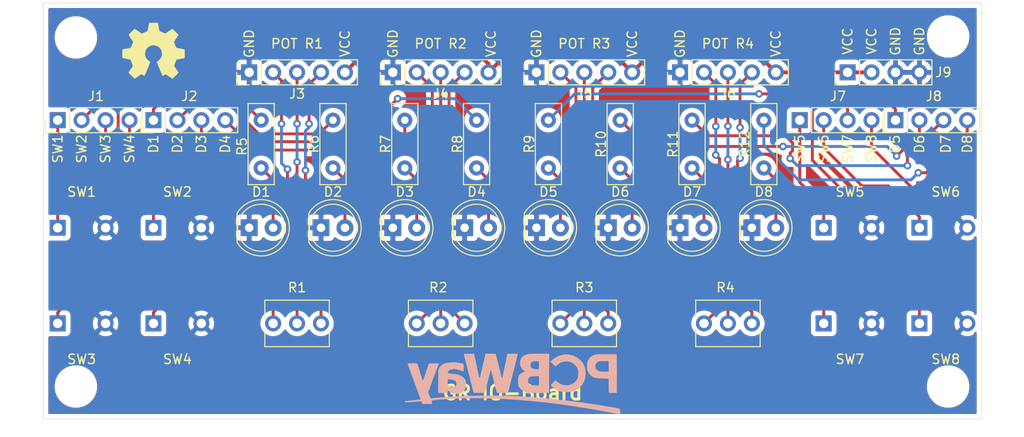
<source format=kicad_pcb>
(kicad_pcb (version 20211014) (generator pcbnew)
  (layers (0 "F.Cu" signal) (31 "B.Cu" signal) (34 "B.Paste" user) (35 "F.Paste" user) (36 "B.SilkS" user "B.Silkscreen") (37 "F.SilkS" user "F.Silkscreen") (38 "B.Mask" user) (39 "F.Mask" user) (44 "Edge.Cuts" user))
  (net 0 "")
  (net 1 "GNDREF")
  (net 2 "Net-(D1-Pad2)")
  (net 3 "Net-(D2-Pad2)")
  (net 4 "Net-(D3-Pad2)")
  (net 5 "Net-(D4-Pad2)")
  (net 6 "Net-(D5-Pad2)")
  (net 7 "Net-(D6-Pad2)")
  (net 8 "Net-(D7-Pad2)")
  (net 9 "Net-(D8-Pad2)")
  (net 10 "/SW4")
  (net 11 "/SW3")
  (net 12 "/SW2")
  (net 13 "/SW1")
  (net 14 "/LED1")
  (net 15 "/LED2")
  (net 16 "/LED3")
  (net 17 "/LED4")
  (net 18 "VCC")
  (net 19 "Net-(J3-Pad4)")
  (net 20 "Net-(J3-Pad3)")
  (net 21 "Net-(J3-Pad2)")
  (net 22 "Net-(J4-Pad2)")
  (net 23 "Net-(J4-Pad3)")
  (net 24 "Net-(J4-Pad4)")
  (net 25 "Net-(J5-Pad4)")
  (net 26 "Net-(J5-Pad3)")
  (net 27 "Net-(J5-Pad2)")
  (net 28 "Net-(J6-Pad2)")
  (net 29 "Net-(J6-Pad3)")
  (net 30 "Net-(J6-Pad4)")
  (net 31 "/SW5")
  (net 32 "/SW6")
  (net 33 "/SW7")
  (net 34 "/SW8")
  (net 35 "/LED8")
  (net 36 "/LED7")
  (net 37 "/LED6")
  (net 38 "/LED5")
  (footprint "LED_THT:LED_D5.0mm" (layer "F.Cu") (at 55.88 58.42)
    (fp_text reference "D1" (at 1.27 -3.81) (layer "F.SilkS"))
    (fp_text value "LED_Small_ALT")
    (pad "1" thru_hole rect locked (at 0 0) (size 1.8 1.8) (drill 0.9) (layers *.Cu *.Mask) (net 1 "GNDREF"))
    (pad "2" thru_hole circle locked (at 2.54 0) (size 1.8 1.8) (drill 0.9) (layers *.Cu *.Mask) (net 2 "Net-(D1-Pad2)"))
  )
  (footprint "LED_THT:LED_D5.0mm" (layer "F.Cu") (at 63.5 58.42)
    (fp_text reference "D2" (at 1.27 -3.81) (layer "F.SilkS"))
    (fp_text value "LED_Small_ALT")
    (pad "1" thru_hole rect locked (at 0 0) (size 1.8 1.8) (drill 0.9) (layers *.Cu *.Mask) (net 1 "GNDREF"))
    (pad "2" thru_hole circle locked (at 2.54 0) (size 1.8 1.8) (drill 0.9) (layers *.Cu *.Mask) (net 3 "Net-(D2-Pad2)"))
  )
  (footprint "LED_THT:LED_D5.0mm" (layer "F.Cu") (at 86.36 58.42)
    (fp_text reference "D5" (at 1.27 -3.81) (layer "F.SilkS"))
    (fp_text value "LED_Small_ALT")
    (pad "1" thru_hole rect locked (at 0 0) (size 1.8 1.8) (drill 0.9) (layers *.Cu *.Mask) (net 1 "GNDREF"))
    (pad "2" thru_hole circle locked (at 2.54 0) (size 1.8 1.8) (drill 0.9) (layers *.Cu *.Mask) (net 6 "Net-(D5-Pad2)"))
  )
  (footprint "LED_THT:LED_D5.0mm" (layer "F.Cu") (at 93.98 58.42)
    (fp_text reference "D6" (at 1.27 -3.81) (layer "F.SilkS"))
    (fp_text value "LED_Small_ALT")
    (pad "1" thru_hole rect locked (at 0 0) (size 1.8 1.8) (drill 0.9) (layers *.Cu *.Mask) (net 1 "GNDREF"))
    (pad "2" thru_hole circle locked (at 2.54 0) (size 1.8 1.8) (drill 0.9) (layers *.Cu *.Mask) (net 7 "Net-(D6-Pad2)"))
  )
  (footprint "LED_THT:LED_D5.0mm" (layer "F.Cu") (at 71.12 58.42)
    (fp_text reference "D3" (at 1.27 -3.81) (layer "F.SilkS"))
    (fp_text value "LED_Small_ALT")
    (pad "1" thru_hole rect locked (at 0 0) (size 1.8 1.8) (drill 0.9) (layers *.Cu *.Mask) (net 1 "GNDREF"))
    (pad "2" thru_hole circle locked (at 2.54 0) (size 1.8 1.8) (drill 0.9) (layers *.Cu *.Mask) (net 4 "Net-(D3-Pad2)"))
  )
  (footprint "LED_THT:LED_D5.0mm" (layer "F.Cu") (at 78.74 58.42)
    (fp_text reference "D4" (at 1.27 -3.81) (layer "F.SilkS"))
    (fp_text value "LED_Small_ALT")
    (pad "1" thru_hole rect locked (at 0 0) (size 1.8 1.8) (drill 0.9) (layers *.Cu *.Mask) (net 1 "GNDREF"))
    (pad "2" thru_hole circle locked (at 2.54 0) (size 1.8 1.8) (drill 0.9) (layers *.Cu *.Mask) (net 5 "Net-(D4-Pad2)"))
  )
  (footprint "LED_THT:LED_D5.0mm" (layer "F.Cu") (at 101.6 58.42)
    (fp_text reference "D7" (at 1.27 -3.81) (layer "F.SilkS"))
    (fp_text value "LED_Small_ALT")
    (pad "1" thru_hole rect locked (at 0 0) (size 1.8 1.8) (drill 0.9) (layers *.Cu *.Mask) (net 1 "GNDREF"))
    (pad "2" thru_hole circle locked (at 2.54 0) (size 1.8 1.8) (drill 0.9) (layers *.Cu *.Mask) (net 8 "Net-(D7-Pad2)"))
  )
  (footprint "LED_THT:LED_D5.0mm" (layer "F.Cu") (at 109.22 58.42)
    (fp_text reference "D8" (at 1.27 -3.81) (layer "F.SilkS"))
    (fp_text value "LED_Small_ALT")
    (pad "1" thru_hole rect locked (at 0 0) (size 1.8 1.8) (drill 0.9) (layers *.Cu *.Mask) (net 1 "GNDREF"))
    (pad "2" thru_hole circle locked (at 2.54 0) (size 1.8 1.8) (drill 0.9) (layers *.Cu *.Mask) (net 9 "Net-(D8-Pad2)"))
  )
  (footprint "Connector_PinHeader_2.54mm:PinHeader_1x04_P2.54mm_Vertical" (layer "F.Cu") (at 35.56 46.99 90)
    (fp_text reference "J1" (at 2.54 4.064 180) (layer "F.SilkS"))
    (fp_text value "Conn_01x04")
    (pad "1" thru_hole rect locked (at 0 0 90) (size 1.7 1.7) (drill 1) (layers *.Cu *.Mask) (net 13 "/SW1"))
    (pad "2" thru_hole oval locked (at 0 2.54 90) (size 1.7 1.7) (drill 1) (layers *.Cu *.Mask) (net 12 "/SW2"))
    (pad "3" thru_hole oval locked (at 0 5.08 90) (size 1.7 1.7) (drill 1) (layers *.Cu *.Mask) (net 11 "/SW3"))
    (pad "4" thru_hole oval locked (at 0 7.62 90) (size 1.7 1.7) (drill 1) (layers *.Cu *.Mask) (net 10 "/SW4"))
  )
  (footprint "Connector_PinHeader_2.54mm:PinHeader_1x04_P2.54mm_Vertical" (layer "F.Cu") (at 45.72 46.99 90)
    (fp_text reference "J2" (at 2.54 3.81 180) (layer "F.SilkS"))
    (fp_text value "Conn_01x04")
    (pad "1" thru_hole rect locked (at 0 0 90) (size 1.7 1.7) (drill 1) (layers *.Cu *.Mask) (net 14 "/LED1"))
    (pad "2" thru_hole oval locked (at 0 2.54 90) (size 1.7 1.7) (drill 1) (layers *.Cu *.Mask) (net 15 "/LED2"))
    (pad "3" thru_hole oval locked (at 0 5.08 90) (size 1.7 1.7) (drill 1) (layers *.Cu *.Mask) (net 16 "/LED3"))
    (pad "4" thru_hole oval locked (at 0 7.62 90) (size 1.7 1.7) (drill 1) (layers *.Cu *.Mask) (net 17 "/LED4"))
  )
  (footprint "Connector_PinHeader_2.54mm:PinHeader_1x05_P2.54mm_Vertical" (layer "F.Cu") (at 55.88 41.91 90)
    (fp_text reference "J3" (at -2.286 5.08 180) (layer "F.SilkS"))
    (fp_text value "Conn_01x05")
    (pad "1" thru_hole rect locked (at 0 0 90) (size 1.7 1.7) (drill 1) (layers *.Cu *.Mask) (net 1 "GNDREF"))
    (pad "2" thru_hole oval locked (at 0 2.54 90) (size 1.7 1.7) (drill 1) (layers *.Cu *.Mask) (net 21 "Net-(J3-Pad2)"))
    (pad "3" thru_hole oval locked (at 0 5.08 90) (size 1.7 1.7) (drill 1) (layers *.Cu *.Mask) (net 20 "Net-(J3-Pad3)"))
    (pad "4" thru_hole oval locked (at 0 7.62 90) (size 1.7 1.7) (drill 1) (layers *.Cu *.Mask) (net 19 "Net-(J3-Pad4)"))
    (pad "5" thru_hole oval locked (at 0 10.16 90) (size 1.7 1.7) (drill 1) (layers *.Cu *.Mask) (net 18 "VCC"))
  )
  (footprint "Connector_PinHeader_2.54mm:PinHeader_1x05_P2.54mm_Vertical" (layer "F.Cu") (at 71.12 41.91 90)
    (fp_text reference "J4" (at -2.286 5.08 180) (layer "F.SilkS"))
    (fp_text value "Conn_01x05")
    (pad "1" thru_hole rect locked (at 0 0 90) (size 1.7 1.7) (drill 1) (layers *.Cu *.Mask) (net 1 "GNDREF"))
    (pad "2" thru_hole oval locked (at 0 2.54 90) (size 1.7 1.7) (drill 1) (layers *.Cu *.Mask) (net 22 "Net-(J4-Pad2)"))
    (pad "3" thru_hole oval locked (at 0 5.08 90) (size 1.7 1.7) (drill 1) (layers *.Cu *.Mask) (net 23 "Net-(J4-Pad3)"))
    (pad "4" thru_hole oval locked (at 0 7.62 90) (size 1.7 1.7) (drill 1) (layers *.Cu *.Mask) (net 24 "Net-(J4-Pad4)"))
    (pad "5" thru_hole oval locked (at 0 10.16 90) (size 1.7 1.7) (drill 1) (layers *.Cu *.Mask) (net 18 "VCC"))
  )
  (footprint "Connector_PinHeader_2.54mm:PinHeader_1x05_P2.54mm_Vertical" (layer "F.Cu") (at 86.36 41.91 90)
    (fp_text reference "J5" (at -2.286 5.08 180) (layer "F.SilkS"))
    (fp_text value "Conn_01x05")
    (pad "1" thru_hole rect locked (at 0 0 90) (size 1.7 1.7) (drill 1) (layers *.Cu *.Mask) (net 1 "GNDREF"))
    (pad "2" thru_hole oval locked (at 0 2.54 90) (size 1.7 1.7) (drill 1) (layers *.Cu *.Mask) (net 27 "Net-(J5-Pad2)"))
    (pad "3" thru_hole oval locked (at 0 5.08 90) (size 1.7 1.7) (drill 1) (layers *.Cu *.Mask) (net 26 "Net-(J5-Pad3)"))
    (pad "4" thru_hole oval locked (at 0 7.62 90) (size 1.7 1.7) (drill 1) (layers *.Cu *.Mask) (net 25 "Net-(J5-Pad4)"))
    (pad "5" thru_hole oval locked (at 0 10.16 90) (size 1.7 1.7) (drill 1) (layers *.Cu *.Mask) (net 18 "VCC"))
  )
  (footprint "Connector_PinHeader_2.54mm:PinHeader_1x05_P2.54mm_Vertical" (layer "F.Cu") (at 101.6 41.91 90)
    (fp_text reference "J6" (at -2.286 5.08 180) (layer "F.SilkS"))
    (fp_text value "Conn_01x05")
    (pad "1" thru_hole rect locked (at 0 0 90) (size 1.7 1.7) (drill 1) (layers *.Cu *.Mask) (net 1 "GNDREF"))
    (pad "2" thru_hole oval locked (at 0 2.54 90) (size 1.7 1.7) (drill 1) (layers *.Cu *.Mask) (net 28 "Net-(J6-Pad2)"))
    (pad "3" thru_hole oval locked (at 0 5.08 90) (size 1.7 1.7) (drill 1) (layers *.Cu *.Mask) (net 29 "Net-(J6-Pad3)"))
    (pad "4" thru_hole oval locked (at 0 7.62 90) (size 1.7 1.7) (drill 1) (layers *.Cu *.Mask) (net 30 "Net-(J6-Pad4)"))
    (pad "5" thru_hole oval locked (at 0 10.16 90) (size 1.7 1.7) (drill 1) (layers *.Cu *.Mask) (net 18 "VCC"))
  )
  (footprint "Connector_PinHeader_2.54mm:PinHeader_1x04_P2.54mm_Vertical" (layer "F.Cu") (at 114.3 46.99 90)
    (fp_text reference "J7" (at 2.54 4.064 180) (layer "F.SilkS"))
    (fp_text value "Conn_01x04")
    (pad "1" thru_hole rect locked (at 0 0 90) (size 1.7 1.7) (drill 1) (layers *.Cu *.Mask) (net 31 "/SW5"))
    (pad "2" thru_hole oval locked (at 0 2.54 90) (size 1.7 1.7) (drill 1) (layers *.Cu *.Mask) (net 32 "/SW6"))
    (pad "3" thru_hole oval locked (at 0 5.08 90) (size 1.7 1.7) (drill 1) (layers *.Cu *.Mask) (net 33 "/SW7"))
    (pad "4" thru_hole oval locked (at 0 7.62 90) (size 1.7 1.7) (drill 1) (layers *.Cu *.Mask) (net 34 "/SW8"))
  )
  (footprint "Connector_PinHeader_2.54mm:PinHeader_1x04_P2.54mm_Vertical" (layer "F.Cu") (at 124.46 46.99 90)
    (fp_text reference "J8" (at 2.54 4.064 180) (layer "F.SilkS"))
    (fp_text value "Conn_01x04")
    (pad "1" thru_hole rect locked (at 0 0 90) (size 1.7 1.7) (drill 1) (layers *.Cu *.Mask) (net 38 "/LED5"))
    (pad "2" thru_hole oval locked (at 0 2.54 90) (size 1.7 1.7) (drill 1) (layers *.Cu *.Mask) (net 37 "/LED6"))
    (pad "3" thru_hole oval locked (at 0 5.08 90) (size 1.7 1.7) (drill 1) (layers *.Cu *.Mask) (net 36 "/LED7"))
    (pad "4" thru_hole oval locked (at 0 7.62 90) (size 1.7 1.7) (drill 1) (layers *.Cu *.Mask) (net 35 "/LED8"))
  )
  (footprint "Connector_PinHeader_2.54mm:PinHeader_1x04_P2.54mm_Vertical" (layer "F.Cu") (at 119.38 41.91 90)
    (fp_text reference "J9" (at 0 10.16 180) (layer "F.SilkS"))
    (fp_text value "Conn_01x04")
    (pad "1" thru_hole rect locked (at 0 0 90) (size 1.7 1.7) (drill 1) (layers *.Cu *.Mask) (net 18 "VCC"))
    (pad "2" thru_hole oval locked (at 0 2.54 90) (size 1.7 1.7) (drill 1) (layers *.Cu *.Mask) (net 18 "VCC"))
    (pad "3" thru_hole oval locked (at 0 5.08 90) (size 1.7 1.7) (drill 1) (layers *.Cu *.Mask) (net 1 "GNDREF"))
    (pad "4" thru_hole oval locked (at 0 7.62 90) (size 1.7 1.7) (drill 1) (layers *.Cu *.Mask) (net 1 "GNDREF"))
  )
  (footprint "CustomPot:Potentiometer_Green" (layer "F.Cu") (at 58.42 68.58 90)
    (fp_text reference "R1" (at 3.81 2.54 180) (layer "F.SilkS"))
    (fp_text value "10K")
    (pad "1" thru_hole circle locked (at 0 0 90) (size 1.69926 1.69926) (drill 1) (layers *.Cu *.Mask) (net 21 "Net-(J3-Pad2)"))
    (pad "2" thru_hole circle locked (at 0 2.54 90) (size 1.69926 1.69926) (drill 1) (layers *.Cu *.Mask) (net 20 "Net-(J3-Pad3)"))
    (pad "3" thru_hole circle locked (at 0 5.08 90) (size 1.69926 1.69926) (drill 1) (layers *.Cu *.Mask) (net 19 "Net-(J3-Pad4)"))
  )
  (footprint "CustomPot:Potentiometer_Green" (layer "F.Cu") (at 73.66 68.58 90)
    (fp_text reference "R2" (at 3.81 2.286 180) (layer "F.SilkS"))
    (fp_text value "10K")
    (pad "1" thru_hole circle locked (at 0 0 90) (size 1.69926 1.69926) (drill 1) (layers *.Cu *.Mask) (net 22 "Net-(J4-Pad2)"))
    (pad "2" thru_hole circle locked (at 0 2.54 90) (size 1.69926 1.69926) (drill 1) (layers *.Cu *.Mask) (net 23 "Net-(J4-Pad3)"))
    (pad "3" thru_hole circle locked (at 0 5.08 90) (size 1.69926 1.69926) (drill 1) (layers *.Cu *.Mask) (net 24 "Net-(J4-Pad4)"))
  )
  (footprint "CustomPot:Potentiometer_Green" (layer "F.Cu") (at 88.9 68.58 90)
    (fp_text reference "R3" (at 3.81 2.54 180) (layer "F.SilkS"))
    (fp_text value "10K")
    (pad "1" thru_hole circle locked (at 0 0 90) (size 1.69926 1.69926) (drill 1) (layers *.Cu *.Mask) (net 27 "Net-(J5-Pad2)"))
    (pad "2" thru_hole circle locked (at 0 2.54 90) (size 1.69926 1.69926) (drill 1) (layers *.Cu *.Mask) (net 26 "Net-(J5-Pad3)"))
    (pad "3" thru_hole circle locked (at 0 5.08 90) (size 1.69926 1.69926) (drill 1) (layers *.Cu *.Mask) (net 25 "Net-(J5-Pad4)"))
  )
  (footprint "CustomPot:Potentiometer_Green" (layer "F.Cu") (at 104.14 68.58 90)
    (fp_text reference "R4" (at 3.81 2.286 180) (layer "F.SilkS"))
    (fp_text value "10K")
    (pad "1" thru_hole circle locked (at 0 0 90) (size 1.69926 1.69926) (drill 1) (layers *.Cu *.Mask) (net 28 "Net-(J6-Pad2)"))
    (pad "2" thru_hole circle locked (at 0 2.54 90) (size 1.69926 1.69926) (drill 1) (layers *.Cu *.Mask) (net 29 "Net-(J6-Pad3)"))
    (pad "3" thru_hole circle locked (at 0 5.08 90) (size 1.69926 1.69926) (drill 1) (layers *.Cu *.Mask) (net 30 "Net-(J6-Pad4)"))
  )
  (footprint "CustomPot:PushButton" (layer "F.Cu") (at 35.56 58.42)
    (fp_text reference "SW1" (at 2.54 -3.81) (layer "F.SilkS"))
    (fp_text value "SW_Push")
    (pad "1" thru_hole rect locked (at 0 0) (size 1.69926 1.69926) (drill 1) (layers *.Cu *.Mask) (net 13 "/SW1"))
    (pad "2" thru_hole circle locked (at 5.08 0) (size 1.69926 1.69926) (drill 1) (layers *.Cu *.Mask) (net 1 "GNDREF"))
  )
  (footprint "CustomPot:PushButton" (layer "F.Cu") (at 45.72 58.42)
    (fp_text reference "SW2" (at 2.54 -3.81) (layer "F.SilkS"))
    (fp_text value "SW_Push")
    (pad "1" thru_hole rect locked (at 0 0) (size 1.69926 1.69926) (drill 1) (layers *.Cu *.Mask) (net 12 "/SW2"))
    (pad "2" thru_hole circle locked (at 5.08 0) (size 1.69926 1.69926) (drill 1) (layers *.Cu *.Mask) (net 1 "GNDREF"))
  )
  (footprint "CustomPot:PushButton" (layer "F.Cu") (at 116.84 58.42)
    (fp_text reference "SW5" (at 2.794 -3.81) (layer "F.SilkS"))
    (fp_text value "SW_Push")
    (pad "1" thru_hole rect locked (at 0 0) (size 1.69926 1.69926) (drill 1) (layers *.Cu *.Mask) (net 31 "/SW5"))
    (pad "2" thru_hole circle locked (at 5.08 0) (size 1.69926 1.69926) (drill 1) (layers *.Cu *.Mask) (net 1 "GNDREF"))
  )
  (footprint "CustomPot:PushButton" (layer "F.Cu") (at 35.56 68.58)
    (fp_text reference "SW3" (at 2.54 3.81) (layer "F.SilkS"))
    (fp_text value "SW_Push")
    (pad "1" thru_hole rect locked (at 0 0) (size 1.69926 1.69926) (drill 1) (layers *.Cu *.Mask) (net 11 "/SW3"))
    (pad "2" thru_hole circle locked (at 5.08 0) (size 1.69926 1.69926) (drill 1) (layers *.Cu *.Mask) (net 1 "GNDREF"))
  )
  (footprint "CustomPot:PushButton" (layer "F.Cu") (at 45.72 68.58)
    (fp_text reference "SW4" (at 2.54 3.81) (layer "F.SilkS"))
    (fp_text value "SW_Push")
    (pad "1" thru_hole rect locked (at 0 0) (size 1.69926 1.69926) (drill 1) (layers *.Cu *.Mask) (net 10 "/SW4"))
    (pad "2" thru_hole circle locked (at 5.08 0) (size 1.69926 1.69926) (drill 1) (layers *.Cu *.Mask) (net 1 "GNDREF"))
  )
  (footprint "CustomPot:PushButton" (layer "F.Cu") (at 116.84 68.58)
    (fp_text reference "SW7" (at 2.794 3.81) (layer "F.SilkS"))
    (fp_text value "SW_Push")
    (pad "1" thru_hole rect locked (at 0 0) (size 1.69926 1.69926) (drill 1) (layers *.Cu *.Mask) (net 33 "/SW7"))
    (pad "2" thru_hole circle locked (at 5.08 0) (size 1.69926 1.69926) (drill 1) (layers *.Cu *.Mask) (net 1 "GNDREF"))
  )
  (footprint "CustomPot:PushButton" (layer "F.Cu") (at 127 68.58)
    (fp_text reference "SW8" (at 2.794 3.81) (layer "F.SilkS"))
    (fp_text value "SW_Push")
    (pad "1" thru_hole rect locked (at 0 0) (size 1.69926 1.69926) (drill 1) (layers *.Cu *.Mask) (net 34 "/SW8"))
    (pad "2" thru_hole circle locked (at 5.08 0) (size 1.69926 1.69926) (drill 1) (layers *.Cu *.Mask) (net 1 "GNDREF"))
  )
  (footprint "CustomPot:PushButton" (layer "F.Cu") (at 127 58.42)
    (fp_text reference "SW6" (at 2.794 -3.81) (layer "F.SilkS"))
    (fp_text value "SW_Push")
    (pad "1" thru_hole rect locked (at 0 0) (size 1.69926 1.69926) (drill 1) (layers *.Cu *.Mask) (net 32 "/SW6"))
    (pad "2" thru_hole circle locked (at 5.08 0) (size 1.69926 1.69926) (drill 1) (layers *.Cu *.Mask) (net 1 "GNDREF"))
  )
  (footprint "Resistor_THT:R_Box_L8.4mm_W2.5mm_P5.08mm" (layer "F.Cu") (at 57.15 52.07 90)
    (fp_text reference "R5" (at 2.286 -2.032 90) (layer "F.SilkS"))
    (fp_text value "R_Small_US")
    (pad "1" thru_hole circle locked (at 0 0 90) (size 1.6 1.6) (drill 0.8) (layers *.Cu *.Mask) (net 2 "Net-(D1-Pad2)"))
    (pad "2" thru_hole circle locked (at 5.08 0 90) (size 1.6 1.6) (drill 0.8) (layers *.Cu *.Mask) (net 14 "/LED1"))
  )
  (footprint "Resistor_THT:R_Box_L8.4mm_W2.5mm_P5.08mm" (layer "F.Cu") (at 64.77 52.07 90)
    (fp_text reference "R6" (at 2.54 -2.032 90) (layer "F.SilkS"))
    (fp_text value "R_Small_US")
    (pad "1" thru_hole circle locked (at 0 0 90) (size 1.6 1.6) (drill 0.8) (layers *.Cu *.Mask) (net 3 "Net-(D2-Pad2)"))
    (pad "2" thru_hole circle locked (at 5.08 0 90) (size 1.6 1.6) (drill 0.8) (layers *.Cu *.Mask) (net 15 "/LED2"))
  )
  (footprint "Resistor_THT:R_Box_L8.4mm_W2.5mm_P5.08mm" (layer "F.Cu") (at 87.63 52.07 90)
    (fp_text reference "R9" (at 2.54 -2.032 90) (layer "F.SilkS"))
    (fp_text value "R_Small_US")
    (pad "1" thru_hole circle locked (at 0 0 90) (size 1.6 1.6) (drill 0.8) (layers *.Cu *.Mask) (net 6 "Net-(D5-Pad2)"))
    (pad "2" thru_hole circle locked (at 5.08 0 90) (size 1.6 1.6) (drill 0.8) (layers *.Cu *.Mask) (net 38 "/LED5"))
  )
  (footprint "Resistor_THT:R_Box_L8.4mm_W2.5mm_P5.08mm" (layer "F.Cu") (at 95.25 52.07 90)
    (fp_text reference "R10" (at 2.54 -2.032 90) (layer "F.SilkS"))
    (fp_text value "R_Small_US")
    (pad "1" thru_hole circle locked (at 0 0 90) (size 1.6 1.6) (drill 0.8) (layers *.Cu *.Mask) (net 7 "Net-(D6-Pad2)"))
    (pad "2" thru_hole circle locked (at 5.08 0 90) (size 1.6 1.6) (drill 0.8) (layers *.Cu *.Mask) (net 37 "/LED6"))
  )
  (footprint "Resistor_THT:R_Box_L8.4mm_W2.5mm_P5.08mm" (layer "F.Cu") (at 72.39 52.07 90)
    (fp_text reference "R7" (at 2.54 -2.032 90) (layer "F.SilkS"))
    (fp_text value "R_Small_US")
    (pad "1" thru_hole circle locked (at 0 0 90) (size 1.6 1.6) (drill 0.8) (layers *.Cu *.Mask) (net 4 "Net-(D3-Pad2)"))
    (pad "2" thru_hole circle locked (at 5.08 0 90) (size 1.6 1.6) (drill 0.8) (layers *.Cu *.Mask) (net 16 "/LED3"))
  )
  (footprint "Resistor_THT:R_Box_L8.4mm_W2.5mm_P5.08mm" (layer "F.Cu") (at 80.01 52.07 90)
    (fp_text reference "R8" (at 2.54 -2.032 90) (layer "F.SilkS"))
    (fp_text value "R_Small_US")
    (pad "1" thru_hole circle locked (at 0 0 90) (size 1.6 1.6) (drill 0.8) (layers *.Cu *.Mask) (net 5 "Net-(D4-Pad2)"))
    (pad "2" thru_hole circle locked (at 5.08 0 90) (size 1.6 1.6) (drill 0.8) (layers *.Cu *.Mask) (net 17 "/LED4"))
  )
  (footprint "Resistor_THT:R_Box_L8.4mm_W2.5mm_P5.08mm" (layer "F.Cu") (at 102.87 52.07 90)
    (fp_text reference "R11" (at 2.54 -2.032 90) (layer "F.SilkS"))
    (fp_text value "R_Small_US")
    (pad "1" thru_hole circle locked (at 0 0 90) (size 1.6 1.6) (drill 0.8) (layers *.Cu *.Mask) (net 8 "Net-(D7-Pad2)"))
    (pad "2" thru_hole circle locked (at 5.08 0 90) (size 1.6 1.6) (drill 0.8) (layers *.Cu *.Mask) (net 36 "/LED7"))
  )
  (footprint "Resistor_THT:R_Box_L8.4mm_W2.5mm_P5.08mm" (layer "F.Cu") (at 110.49 52.07 90)
    (fp_text reference "R12" (at 2.54 -2.032 90) (layer "F.SilkS"))
    (fp_text value "R_Small_US")
    (pad "1" thru_hole circle locked (at 0 0 90) (size 1.6 1.6) (drill 0.8) (layers *.Cu *.Mask) (net 9 "Net-(D8-Pad2)"))
    (pad "2" thru_hole circle locked (at 5.08 0 90) (size 1.6 1.6) (drill 0.8) (layers *.Cu *.Mask) (net 35 "/LED8"))
  )
  (footprint "MountingHole:MountingHole_3.5mm" (layer "F.Cu") (at 37.4904 75.2856)
    (fp_text reference "REF**" hide)
    (fp_text value "MountingHole_3.5mm")
    (pad "" np_thru_hole circle locked (at 0 0) (size 3.5 3.5) (drill 3.5) (layers *.Cu *.Mask))
  )
  (footprint "MountingHole:MountingHole_3.5mm" (layer "F.Cu") (at 130.048 75.184)
    (fp_text reference "REF**" hide)
    (fp_text value "MountingHole_3.5mm")
    (pad "" np_thru_hole circle locked (at 0 0.1016) (size 3.500001 3.500001) (drill 3.500001) (layers *.Cu *.Mask))
  )
  (footprint "MountingHole:MountingHole_3.5mm" (layer "F.Cu") (at 130.048 37.9984)
    (fp_text reference "REF**" hide)
    (fp_text value "MountingHole_3.5mm")
    (pad "" np_thru_hole circle locked (at 0 0.1016) (size 3.500001 3.500001) (drill 3.500001) (layers *.Cu *.Mask))
  )
  (footprint "MountingHole:MountingHole_3.5mm" (layer "F.Cu") (at 37.4904 38.1)
    (fp_text reference "REF**" hide)
    (fp_text value "MountingHole_3.5mm")
    (pad "" np_thru_hole circle locked (at 0 0.1016) (size 3.500001 3.500001) (drill 3.500001) (layers *.Cu *.Mask))
  )
  (footprint "Symbol:OSHW-Symbol_6.7x6mm_SilkScreen" (layer "F.Cu") (at 45.72 39.624)
    (fp_text reference "REF**" hide)
    (fp_text value "OSHW-Symbol_6.7x6mm_SilkScreen" hide)
  )
  (footprint "_Custom_Footprints:pcb way logo" (layer "B.Cu") (at 83.82 75.692 180)
    (fp_text reference "G***" hide)
    (fp_text value "LOGO" hide)
  )
  (gr_line (start 34.036 78.74) (end 133.604 78.74) (layer "Edge.Cuts") (width 0.05))
  (gr_line (start 34.036 34.544) (end 34.036 78.74) (layer "Edge.Cuts") (width 0.05))
  (gr_line (start 133.604 78.74) (end 133.604 34.544) (layer "Edge.Cuts") (width 0.05))
  (gr_line (start 133.604 34.544) (end 34.036 34.544) (layer "Edge.Cuts") (width 0.05))
  (gr_text "VCC" (at 121.92 38.608 90) (layer "F.SilkS") (effects (font (size 1 1))))
  (gr_text "GND" (at 124.46 38.608 90) (layer "F.SilkS") (effects (font (size 1 1))))
  (gr_text "GND" (at 127 38.608 90) (layer "F.SilkS") (effects (font (size 1 1))))
  (gr_text "VCC" (at 111.76 38.862 90) (layer "F.SilkS") (effects (font (size 1 1))))
  (gr_text "GND" (at 101.6 38.862 90) (layer "F.SilkS") (effects (font (size 1 1))))
  (gr_text "GND" (at 86.36 38.862 90) (layer "F.SilkS") (effects (font (size 1 1))))
  (gr_text "GND" (at 71.12 38.862 90) (layer "F.SilkS") (effects (font (size 1 1))))
  (gr_text "VCC" (at 96.52 38.862 90) (layer "F.SilkS") (effects (font (size 1 1))))
  (gr_text "VCC" (at 81.534 38.862 90) (layer "F.SilkS") (effects (font (size 1 1))))
  (gr_text "VCC" (at 66.04 38.862 90) (layer "F.SilkS") (effects (font (size 1 1))))
  (gr_text "GND" (at 55.88 38.862 90) (layer "F.SilkS") (effects (font (size 1 1))))
  (gr_text "POT R1" (at 60.96 38.862) (layer "F.SilkS") (effects (font (size 1 1))))
  (gr_text "POT R2" (at 76.2 38.862) (layer "F.SilkS") (effects (font (size 1 1))))
  (gr_text "POT R3" (at 91.44 38.862) (layer "F.SilkS") (effects (font (size 1 1))))
  (gr_text "POT R4\n" (at 106.68 38.862) (layer "F.SilkS") (effects (font (size 1 1))))
  (gr_text "SW1\n" (at 35.56 50.038 90) (layer "F.SilkS") (effects (font (size 1 1))))
  (gr_text "SW2\n" (at 38.1 50.038 90) (layer "F.SilkS") (effects (font (size 1 1))))
  (gr_text "SW3\n" (at 40.64 50.038 90) (layer "F.SilkS") (effects (font (size 1 1))))
  (gr_text "SW4\n" (at 43.18 50.038 90) (layer "F.SilkS") (effects (font (size 1 1))))
  (gr_text "D1\n" (at 45.72 49.53 90) (layer "F.SilkS") (effects (font (size 1 1))))
  (gr_text "D2\n" (at 48.26 49.53 90) (layer "F.SilkS") (effects (font (size 1 1))))
  (gr_text "D3\n" (at 50.8 49.53 90) (layer "F.SilkS") (effects (font (size 1 1))))
  (gr_text "D4\n" (at 53.34 49.53 90) (layer "F.SilkS") (effects (font (size 1 1))))
  (gr_text "D5\n\n" (at 125.222 49.53 90) (layer "F.SilkS") (effects (font (size 1 1))))
  (gr_text "D6" (at 127 49.53 90) (layer "F.SilkS") (effects (font (size 1 1))))
  (gr_text "D7" (at 129.794 49.53 90) (layer "F.SilkS") (effects (font (size 1 1))))
  (gr_text "D8" (at 132.08 49.53 90) (layer "F.SilkS") (effects (font (size 1 1))))
  (gr_text "SW5" (at 114.3 50.038 90) (layer "F.SilkS") (effects (font (size 1 1))))
  (gr_text "SW6" (at 116.84 50.038 90) (layer "F.SilkS") (effects (font (size 1 1))))
  (gr_text "SW7" (at 119.38 50.038 90) (layer "F.SilkS") (effects (font (size 1 1))))
  (gr_text "SW8" (at 121.92 50.038 90) (layer "F.SilkS") (effects (font (size 1 1))))
  (gr_text "GR IO-Board" (at 83.82 75.946) (layer "F.SilkS") (effects (font (size 1.5 1.5) (thickness 0.3))))
  (gr_text "VCC" (at 119.38 38.608 90) (layer "F.SilkS") (effects (font (size 1 1))))
  (segment (start 58.42 53.34) (end 57.15 52.07) (width 0.3048) (layer "F.Cu") (net 2))
  (segment (start 58.42 58.42) (end 58.42 53.34) (width 0.3048) (layer "F.Cu") (net 2))
  (segment (start 66.04 53.34) (end 64.77 52.07) (width 0.3048) (layer "F.Cu") (net 3))
  (segment (start 66.04 58.42) (end 66.04 53.34) (width 0.3048) (layer "F.Cu") (net 3))
  (segment (start 73.66 58.42) (end 73.66 53.34) (width 0.3048) (layer "F.Cu") (net 4))
  (segment (start 73.66 53.34) (end 72.39 52.07) (width 0.3048) (layer "F.Cu") (net 4))
  (segment (start 81.28 53.34) (end 80.01 52.07) (width 0.3048) (layer "F.Cu") (net 5))
  (segment (start 81.28 58.42) (end 81.28 53.34) (width 0.3048) (layer "F.Cu") (net 5))
  (segment (start 88.9 58.42) (end 88.9 53.34) (width 0.3048) (layer "F.Cu") (net 6))
  (segment (start 88.9 53.34) (end 87.63 52.07) (width 0.3048) (layer "F.Cu") (net 6))
  (segment (start 96.52 58.42) (end 96.52 53.34) (width 0.3048) (layer "F.Cu") (net 7))
  (segment (start 96.52 53.34) (end 95.25 52.07) (width 0.3048) (layer "F.Cu") (net 7))
  (segment (start 104.14 53.34) (end 102.87 52.07) (width 0.3048) (layer "F.Cu") (net 8))
  (segment (start 104.14 58.42) (end 104.14 53.34) (width 0.3048) (layer "F.Cu") (net 8))
  (segment (start 111.76 53.34) (end 110.49 52.07) (width 0.3048) (layer "F.Cu") (net 9))
  (segment (start 111.76 58.42) (end 111.76 53.34) (width 0.3048) (layer "F.Cu") (net 9))
  (segment (start 48.26 64.88557) (end 48.26 56.515) (width 0.3048) (layer "F.Cu") (net 10))
  (segment (start 48.26 56.515) (end 43.18 51.435) (width 0.3048) (layer "F.Cu") (net 10))
  (segment (start 43.18 51.435) (end 43.18 46.99) (width 0.3048) (layer "F.Cu") (net 10))
  (segment (start 45.72 68.58) (end 45.72 67.42557) (width 0.3048) (layer "F.Cu") (net 10))
  (segment (start 45.72 67.42557) (end 48.26 64.88557) (width 0.3048) (layer "F.Cu") (net 10))
  (segment (start 35.56 67.42557) (end 37.973 65.01257) (width 0.3048) (layer "F.Cu") (net 11))
  (segment (start 37.973 53.721) (end 40.64 51.054) (width 0.3048) (layer "F.Cu") (net 11))
  (segment (start 37.973 65.01257) (end 37.973 53.721) (width 0.3048) (layer "F.Cu") (net 11))
  (segment (start 35.56 68.58) (end 35.56 67.42557) (width 0.3048) (layer "F.Cu") (net 11))
  (segment (start 40.64 51.054) (end 40.64 46.99) (width 0.3048) (layer "F.Cu") (net 11))
  (segment (start 45.72 56.642) (end 41.977599 52.899599) (width 0.3048) (layer "F.Cu") (net 12))
  (segment (start 41.977599 46.041599) (end 41.021 45.085) (width 0.3048) (layer "F.Cu") (net 12))
  (segment (start 45.72 58.42) (end 45.72 56.642) (width 0.3048) (layer "F.Cu") (net 12))
  (segment (start 40.005 45.085) (end 38.1 46.99) (width 0.3048) (layer "F.Cu") (net 12))
  (segment (start 41.021 45.085) (end 40.005 45.085) (width 0.3048) (layer "F.Cu") (net 12))
  (segment (start 41.977599 52.899599) (end 41.977599 46.041599) (width 0.3048) (layer "F.Cu") (net 12))
  (segment (start 35.56 58.42) (end 35.56 57.26557) (width 0.3048) (layer "F.Cu") (net 13))
  (segment (start 35.56 57.26557) (end 35.56 46.99) (width 0.3048) (layer "F.Cu") (net 13))
  (segment (start 45.72 46.99) (end 45.72 45.8352) (width 0.3048) (layer "F.Cu") (net 14))
  (segment (start 45.72 45.8352) (end 46.9782 44.577) (width 0.3048) (layer "F.Cu") (net 14))
  (segment (start 46.9782 44.577) (end 54.737 44.577) (width 0.3048) (layer "F.Cu") (net 14))
  (segment (start 54.737 44.577) (end 57.15 46.99) (width 0.3048) (layer "F.Cu") (net 14))
  (segment (start 56.896 48.441554) (end 63.318446 48.441554) (width 0.3048) (layer "F.Cu") (net 15))
  (segment (start 63.318446 48.441554) (end 64.77 46.99) (width 0.3048) (layer "F.Cu") (net 15))
  (segment (start 49.911 45.339) (end 53.793446 45.339) (width 0.3048) (layer "F.Cu") (net 15))
  (segment (start 53.793446 45.339) (end 56.896 48.441554) (width 0.3048) (layer "F.Cu") (net 15))
  (segment (start 48.26 46.99) (end 49.911 45.339) (width 0.3048) (layer "F.Cu") (net 15))
  (segment (start 72.39 48.641) (end 72.39 46.99) (width 0.3048) (layer "F.Cu") (net 16))
  (segment (start 50.8 46.99) (end 50.8 48.192081) (width 0.3048) (layer "F.Cu") (net 16))
  (segment (start 50.8 48.192081) (end 52.772919 50.165) (width 0.3048) (layer "F.Cu") (net 16))
  (segment (start 70.866 50.165) (end 72.39 48.641) (width 0.3048) (layer "F.Cu") (net 16))
  (segment (start 52.772919 50.165) (end 70.866 50.165) (width 0.3048) (layer "F.Cu") (net 16))
  (segment (start 67.056 49.276) (end 71.228001 45.103999) (width 0.3048) (layer "F.Cu") (net 17))
  (segment (start 53.34 46.99) (end 55.626 49.276) (width 0.3048) (layer "F.Cu") (net 17))
  (segment (start 71.228001 45.103999) (end 71.628 44.704) (width 0.3048) (layer "F.Cu") (net 17))
  (segment (start 55.626 49.276) (end 67.056 49.276) (width 0.3048) (layer "F.Cu") (net 17))
  (via (at 71.628 44.704) (size 0.8) (drill 0.4) (layers "F.Cu" "B.Cu") (net 17))
  (segment (start 80.01 46.99) (end 77.724 44.704) (width 0.3048) (layer "B.Cu") (net 17))
  (segment (start 77.724 44.704) (end 72.193685 44.704) (width 0.3048) (layer "B.Cu") (net 17))
  (segment (start 72.193685 44.704) (end 71.628 44.704) (width 0.3048) (layer "B.Cu") (net 17))
  (segment (start 66.04 41.91) (end 69.215 38.735) (width 0.4064) (layer "F.Cu") (net 18))
  (segment (start 84.328 38.862) (end 93.472 38.862) (width 0.4064) (layer "F.Cu") (net 18))
  (segment (start 121.92 41.91) (end 119.38 41.91) (width 0.4064) (layer "F.Cu") (net 18))
  (segment (start 96.52 41.91) (end 99.568 38.862) (width 0.4064) (layer "F.Cu") (net 18))
  (segment (start 108.712 38.862) (end 111.76 41.91) (width 0.4064) (layer "F.Cu") (net 18))
  (segment (start 99.568 38.862) (end 108.712 38.862) (width 0.4064) (layer "F.Cu") (net 18))
  (segment (start 69.215 38.735) (end 78.994 38.735) (width 0.4064) (layer "F.Cu") (net 18))
  (segment (start 78.994 38.735) (end 81.28 41.021) (width 0.4064) (layer "F.Cu") (net 18))
  (segment (start 81.28 41.91) (end 84.328 38.862) (width 0.4064) (layer "F.Cu") (net 18))
  (segment (start 119.38 41.91) (end 111.76 41.91) (width 0.4064) (layer "F.Cu") (net 18))
  (segment (start 93.472 38.862) (end 96.52 41.91) (width 0.4064) (layer "F.Cu") (net 18))
  (segment (start 81.28 41.021) (end 81.28 41.91) (width 0.4064) (layer "F.Cu") (net 18))
  (segment (start 61.849 54.102) (end 61.849 52.324) (width 0.3048) (layer "F.Cu") (net 19))
  (segment (start 62.23 43.18) (end 63.5 41.91) (width 0.3048) (layer "F.Cu") (net 19))
  (segment (start 61.849 61.087) (end 61.849 54.102) (width 0.3048) (layer "F.Cu") (net 19))
  (segment (start 62.23 47.371) (end 62.23 43.18) (width 0.3048) (layer "F.Cu") (net 19))
  (segment (start 63.5 68.58) (end 63.5 62.738) (width 0.3048) (layer "F.Cu") (net 19))
  (segment (start 63.5 62.738) (end 61.849 61.087) (width 0.3048) (layer "F.Cu") (net 19))
  (via (at 61.849 52.324) (size 0.8) (drill 0.4) (layers "F.Cu" "B.Cu") (net 19))
  (via (at 62.23 47.371) (size 0.8) (drill 0.4) (layers "F.Cu" "B.Cu") (net 19))
  (segment (start 62.23 47.752) (end 62.23 47.371) (width 0.3048) (layer "B.Cu") (net 19))
  (segment (start 61.849 48.133) (end 62.23 47.752) (width 0.3048) (layer "B.Cu") (net 19))
  (segment (start 61.849 52.324) (end 61.849 48.133) (width 0.3048) (layer "B.Cu") (net 19))
  (segment (start 60.96 68.58) (end 60.96 51.435) (width 0.3048) (layer "F.Cu") (net 20))
  (segment (start 60.96 47.371) (end 60.96 41.91) (width 0.3048) (layer "F.Cu") (net 20))
  (via (at 60.96 47.371) (size 0.8) (drill 0.4) (layers "F.Cu" "B.Cu") (net 20))
  (via (at 60.96 51.435) (size 0.8) (drill 0.4) (layers "F.Cu" "B.Cu") (net 20))
  (segment (start 60.96 51.435) (end 60.96 47.371) (width 0.3048) (layer "B.Cu") (net 20))
  (segment (start 59.309 47.371) (end 59.309 42.799) (width 0.3048) (layer "F.Cu") (net 21))
  (segment (start 59.309 42.799) (end 58.42 41.91) (width 0.3048) (layer "F.Cu") (net 21))
  (segment (start 58.42 68.58) (end 58.42 62.611) (width 0.3048) (layer "F.Cu") (net 21))
  (segment (start 58.42 62.611) (end 59.944 61.087) (width 0.3048) (layer "F.Cu") (net 21))
  (segment (start 59.944 61.087) (end 59.944 52.197) (width 0.3048) (layer "F.Cu") (net 21))
  (via (at 59.309 47.371) (size 0.8) (drill 0.4) (layers "F.Cu" "B.Cu") (net 21))
  (via (at 59.944 52.197) (size 0.8) (drill 0.4) (layers "F.Cu" "B.Cu") (net 21))
  (segment (start 59.309 51.562) (end 59.309 47.371) (width 0.3048) (layer "B.Cu") (net 21))
  (segment (start 59.944 52.197) (end 59.309 51.562) (width 0.3048) (layer "B.Cu") (net 21))
  (segment (start 74.509999 42.759999) (end 73.66 41.91) (width 0.3048) (layer "F.Cu") (net 22))
  (segment (start 75.311 43.561) (end 74.509999 42.759999) (width 0.3048) (layer "F.Cu") (net 22))
  (segment (start 73.66 68.58) (end 75.311 66.929) (width 0.3048) (layer "F.Cu") (net 22))
  (segment (start 75.311 66.929) (end 75.311 43.561) (width 0.3048) (layer "F.Cu") (net 22))
  (segment (start 76.2 68.58) (end 76.2 41.91) (width 0.3048) (layer "F.Cu") (net 23))
  (segment (start 77.890001 42.759999) (end 78.74 41.91) (width 0.3048) (layer "F.Cu") (net 24))
  (segment (start 77.089 66.929) (end 77.089 43.561) (width 0.3048) (layer "F.Cu") (net 24))
  (segment (start 78.74 68.58) (end 77.089 66.929) (width 0.3048) (layer "F.Cu") (net 24))
  (segment (start 77.089 43.561) (end 77.890001 42.759999) (width 0.3048) (layer "F.Cu") (net 24))
  (segment (start 92.329 43.561) (end 93.130001 42.759999) (width 0.3048) (layer "F.Cu") (net 25))
  (segment (start 92.329 65.727442) (end 92.329 43.561) (width 0.3048) (layer "F.Cu") (net 25))
  (segment (start 93.98 68.58) (end 93.98 67.378442) (width 0.3048) (layer "F.Cu") (net 25))
  (segment (start 93.130001 42.759999) (end 93.98 41.91) (width 0.3048) (layer "F.Cu") (net 25))
  (segment (start 93.98 67.378442) (end 92.329 65.727442) (width 0.3048) (layer "F.Cu") (net 25))
  (segment (start 91.44 41.91) (end 91.44 68.58) (width 0.3048) (layer "F.Cu") (net 26))
  (segment (start 89.749999 42.759999) (end 88.9 41.91) (width 0.3048) (layer "F.Cu") (net 27))
  (segment (start 90.551 66.929) (end 90.551 43.561) (width 0.3048) (layer "F.Cu") (net 27))
  (segment (start 88.9 68.58) (end 90.551 66.929) (width 0.3048) (layer "F.Cu") (net 27))
  (segment (start 90.551 43.561) (end 89.749999 42.759999) (width 0.3048) (layer "F.Cu") (net 27))
  (segment (start 104.14 68.58) (end 105.791 66.929) (width 0.3048) (layer "F.Cu") (net 28))
  (segment (start 105.392401 47.642599) (end 105.392401 43.162401) (width 0.3048) (layer "F.Cu") (net 28))
  (segment (start 105.392401 43.162401) (end 104.14 41.91) (width 0.3048) (layer "F.Cu") (net 28))
  (segment (start 105.791 51.089198) (end 105.392401 50.690599) (width 0.3048) (layer "F.Cu") (net 28))
  (segment (start 105.791 66.929) (end 105.791 51.089198) (width 0.3048) (layer "F.Cu") (net 28))
  (via (at 105.392401 47.642599) (size 0.8) (drill 0.4) (layers "F.Cu" "B.Cu") (net 28))
  (via (at 105.392401 50.690599) (size 0.8) (drill 0.4) (layers "F.Cu" "B.Cu") (net 28))
  (segment (start 105.392401 50.690599) (end 105.392401 47.642599) (width 0.3048) (layer "B.Cu") (net 28))
  (segment (start 106.68 41.91) (end 106.68 47.625) (width 0.3048) (layer "F.Cu") (net 29))
  (segment (start 106.68 51.746685) (end 106.68 68.58) (width 0.3048) (layer "F.Cu") (net 29))
  (segment (start 106.68 51.181) (end 106.68 51.746685) (width 0.3048) (layer "F.Cu") (net 29))
  (via (at 106.68 47.625) (size 0.8) (drill 0.4) (layers "F.Cu" "B.Cu") (net 29))
  (via (at 106.68 51.181) (size 0.8) (drill 0.4) (layers "F.Cu" "B.Cu") (net 29))
  (segment (start 106.68 48.190685) (end 106.68 51.181) (width 0.3048) (layer "B.Cu") (net 29))
  (segment (start 106.68 47.625) (end 106.68 48.190685) (width 0.3048) (layer "B.Cu") (net 29))
  (segment (start 109.22 68.58) (end 109.22 67.378442) (width 0.3048) (layer "F.Cu") (net 30))
  (segment (start 107.696 65.854442) (end 107.696 51.308) (width 0.3048) (layer "F.Cu") (net 30))
  (segment (start 107.696 51.308) (end 107.967599 51.036401) (width 0.3048) (layer "F.Cu") (net 30))
  (segment (start 109.22 67.378442) (end 107.696 65.854442) (width 0.3048) (layer "F.Cu") (net 30))
  (segment (start 107.967599 47.769599) (end 107.967599 43.162401) (width 0.3048) (layer "F.Cu") (net 30))
  (segment (start 107.967599 43.162401) (end 109.22 41.91) (width 0.3048) (layer "F.Cu") (net 30))
  (via (at 107.967599 51.036401) (size 0.8) (drill 0.4) (layers "F.Cu" "B.Cu") (net 30))
  (via (at 107.967599 47.769599) (size 0.8) (drill 0.4) (layers "F.Cu" "B.Cu") (net 30))
  (segment (start 107.967599 51.036401) (end 107.967599 47.769599) (width 0.3048) (layer "B.Cu") (net 30))
  (segment (start 114.3 46.99) (end 114.3 53.594) (width 0.3048) (layer "F.Cu") (net 31))
  (segment (start 116.84 56.134) (end 116.84 58.42) (width 0.3048) (layer "F.Cu") (net 31))
  (segment (start 114.3 53.594) (end 116.84 56.134) (width 0.3048) (layer "F.Cu") (net 31))
  (segment (start 116.84 49.911) (end 116.84 46.99) (width 0.3048) (layer "F.Cu") (net 32))
  (segment (start 120.904 53.975) (end 116.84 49.911) (width 0.3048) (layer "F.Cu") (net 32))
  (segment (start 123.70943 53.975) (end 120.904 53.975) (width 0.3048) (layer "F.Cu") (net 32))
  (segment (start 127 58.42) (end 127 57.26557) (width 0.3048) (layer "F.Cu") (net 32))
  (segment (start 127 57.26557) (end 123.70943 53.975) (width 0.3048) (layer "F.Cu") (net 32))
  (segment (start 119.253 63.5) (end 116.84 65.913) (width 0.3048) (layer "F.Cu") (net 33))
  (segment (start 118.677081 45.085) (end 116.586 45.085) (width 0.3048) (layer "F.Cu") (net 33))
  (segment (start 119.38 45.787919) (end 118.677081 45.085) (width 0.3048) (layer "F.Cu") (net 33))
  (segment (start 119.38 46.99) (end 119.38 45.787919) (width 0.3048) (layer "F.Cu") (net 33))
  (segment (start 116.84 65.913) (end 116.84 68.58) (width 0.3048) (layer "F.Cu") (net 33))
  (segment (start 116.586 45.085) (end 115.637599 46.033401) (width 0.3048) (layer "F.Cu") (net 33))
  (segment (start 115.637599 46.033401) (end 115.637599 51.248599) (width 0.3048) (layer "F.Cu") (net 33))
  (segment (start 115.637599 51.248599) (end 119.253 54.864) (width 0.3048) (layer "F.Cu") (net 33))
  (segment (start 119.253 54.864) (end 119.253 63.5) (width 0.3048) (layer "F.Cu") (net 33))
  (segment (start 129.032 60.833) (end 129.032 56.993556) (width 0.3048) (layer "F.Cu") (net 34))
  (segment (start 127 68.58) (end 127 62.865) (width 0.3048) (layer "F.Cu") (net 34))
  (segment (start 129.032 56.993556) (end 121.92 49.881556) (width 0.3048) (layer "F.Cu") (net 34))
  (segment (start 127 62.865) (end 129.032 60.833) (width 0.3048) (layer "F.Cu") (net 34))
  (segment (start 121.92 49.881556) (end 121.92 48.192081) (width 0.3048) (layer "F.Cu") (net 34))
  (segment (start 121.92 48.192081) (end 121.92 46.99) (width 0.3048) (layer "F.Cu") (net 34))
  (segment (start 132.08 48.192081) (end 127.694081 52.578) (width 0.3048) (layer "F.Cu") (net 35))
  (segment (start 127.694081 52.578) (end 126.873 52.578) (width 0.3048) (layer "F.Cu") (net 35))
  (segment (start 132.08 46.99) (end 132.08 48.192081) (width 0.3048) (layer "F.Cu") (net 35))
  (via (at 126.873 52.578) (size 0.8) (drill 0.4) (layers "F.Cu" "B.Cu") (net 35))
  (segment (start 126.120599 53.330401) (end 114.163401 53.330401) (width 0.3048) (layer "B.Cu") (net 35))
  (segment (start 110.49 49.657) (end 110.49 48.12137) (width 0.3048) (layer "B.Cu") (net 35))
  (segment (start 114.163401 53.330401) (end 110.49 49.657) (width 0.3048) (layer "B.Cu") (net 35))
  (segment (start 110.49 48.12137) (end 110.49 46.99) (width 0.3048) (layer "B.Cu") (net 35))
  (segment (start 126.873 52.578) (end 126.120599 53.330401) (width 0.3048) (layer "B.Cu") (net 35))
  (segment (start 104.521 48.641) (end 103.669999 47.789999) (width 0.3048) (layer "F.Cu") (net 36))
  (segment (start 113.284 50.488315) (end 113.538 50.234315) (width 0.3048) (layer "F.Cu") (net 36))
  (segment (start 113.284 51.054) (end 113.284 50.488315) (width 0.3048) (layer "F.Cu") (net 36))
  (segment (start 125.73 51.250315) (end 125.73 51.816) (width 0.3048) (layer "F.Cu") (net 36))
  (segment (start 112.776 48.641) (end 104.521 48.641) (width 0.3048) (layer "F.Cu") (net 36))
  (segment (start 113.538 50.234315) (end 113.538 49.403) (width 0.3048) (layer "F.Cu") (net 36))
  (segment (start 129.54 46.99) (end 125.73 50.8) (width 0.3048) (layer "F.Cu") (net 36))
  (segment (start 103.669999 47.789999) (end 102.87 46.99) (width 0.3048) (layer "F.Cu") (net 36))
  (segment (start 125.73 50.8) (end 125.73 51.250315) (width 0.3048) (layer "F.Cu") (net 36))
  (segment (start 113.538 49.403) (end 112.776 48.641) (width 0.3048) (layer "F.Cu") (net 36))
  (via (at 113.284 51.054) (size 0.8) (drill 0.4) (layers "F.Cu" "B.Cu") (net 36))
  (via (at 125.73 51.816) (size 0.8) (drill 0.4) (layers "F.Cu" "B.Cu") (net 36))
  (segment (start 125.164315 51.816) (end 125.73 51.816) (width 0.3048) (layer "B.Cu") (net 36))
  (segment (start 113.284 51.054) (end 114.046 51.816) (width 0.3048) (layer "B.Cu") (net 36))
  (segment (start 114.046 51.816) (end 125.164315 51.816) (width 0.3048) (layer "B.Cu") (net 36))
  (segment (start 98.044 49.784) (end 111.956315 49.784) (width 0.3048) (layer "F.Cu") (net 37))
  (segment (start 127 48.387) (end 124.986999 50.400001) (width 0.3048) (layer "F.Cu") (net 37))
  (segment (start 127 46.99) (end 127 48.387) (width 0.3048) (layer "F.Cu") (net 37))
  (segment (start 124.986999 50.400001) (end 124.587 50.8) (width 0.3048) (layer "F.Cu") (net 37))
  (segment (start 111.956315 49.784) (end 112.522 49.784) (width 0.3048) (layer "F.Cu") (net 37))
  (segment (start 95.25 46.99) (end 98.044 49.784) (width 0.3048) (layer "F.Cu") (net 37))
  (via (at 124.587 50.8) (size 0.8) (drill 0.4) (layers "F.Cu" "B.Cu") (net 37))
  (via (at 112.522 49.784) (size 0.8) (drill 0.4) (layers "F.Cu" "B.Cu") (net 37))
  (segment (start 124.187001 50.400001) (end 124.587 50.8) (width 0.3048) (layer "B.Cu") (net 37))
  (segment (start 112.522 49.784) (end 123.571 49.784) (width 0.3048) (layer "B.Cu") (net 37))
  (segment (start 123.571 49.784) (end 124.187001 50.400001) (width 0.3048) (layer "B.Cu") (net 37))
  (segment (start 124.46 46.99) (end 124.46 45.8352) (width 0.3048) (layer "F.Cu") (net 38))
  (segment (start 122.8208 44.196) (end 109.982 44.196) (width 0.3048) (layer "F.Cu") (net 38))
  (segment (start 124.46 45.8352) (end 122.8208 44.196) (width 0.3048) (layer "F.Cu") (net 38))
  (via (at 109.982 44.196) (size 0.8) (drill 0.4) (layers "F.Cu" "B.Cu") (net 38))
  (segment (start 90.424 44.196) (end 87.63 46.99) (width 0.3048) (layer "B.Cu") (net 38))
  (segment (start 109.982 44.196) (end 90.424 44.196) (width 0.3048) (layer "B.Cu") (net 38))
  (zone (net 1) (net_name "GNDREF") (layer "F.Cu") (connect_pads (clearance 0.508)) (min_thickness 0.254) (fill yes (thermal_gap 0.508) (thermal_bridge_width 0.508))
    (polygon (pts (xy 34.036 34.544) (xy 133.604 34.544) (xy 133.604 78.74) (xy 34.036 78.74)))
  )
  (zone (net 1) (net_name "GNDREF") (layer "B.Cu") (connect_pads (clearance 0.508)) (min_thickness 0.254) (fill yes (thermal_gap 0.508) (thermal_bridge_width 0.508))
    (polygon (pts (xy 34.036 34.544) (xy 133.604 34.544) (xy 133.604 78.74) (xy 34.036 78.74)))
  )
)
</source>
